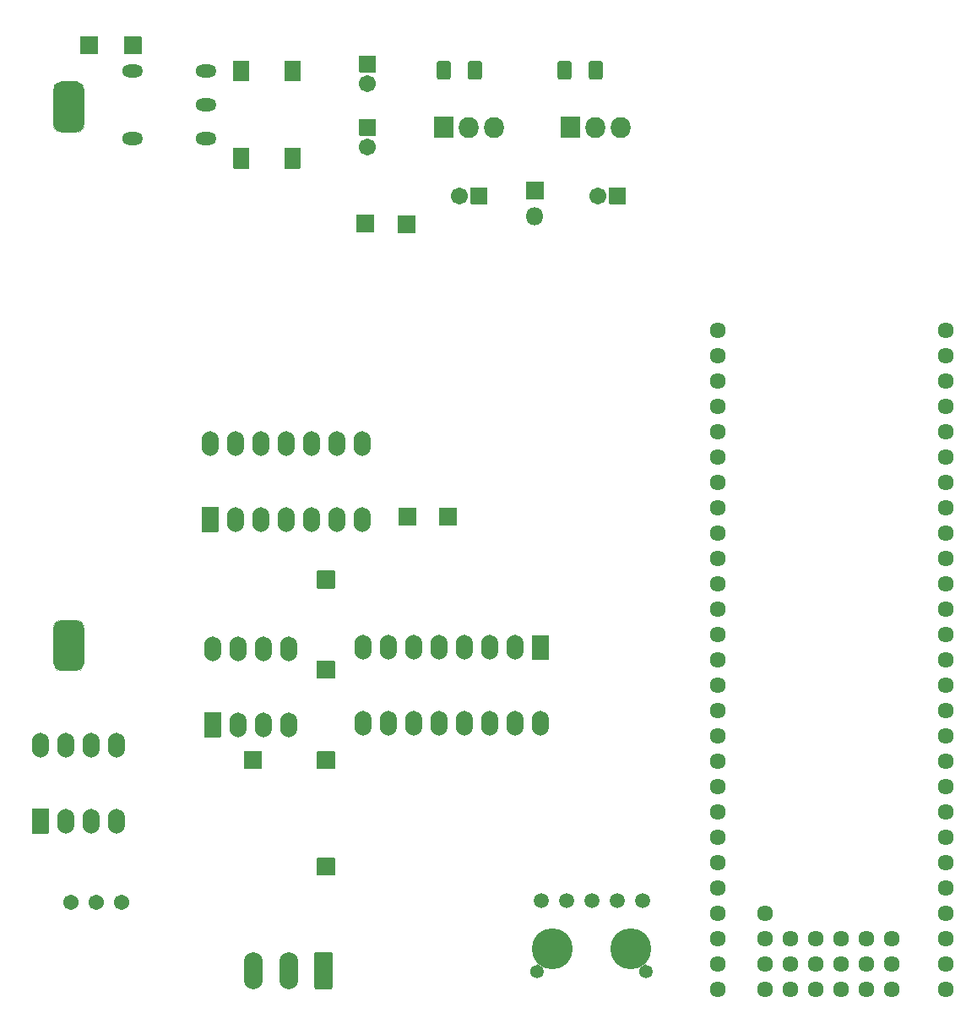
<source format=gbr>
%TF.GenerationSoftware,KiCad,Pcbnew,(5.1.10)-1*%
%TF.CreationDate,2022-11-09T22:19:52-03:00*%
%TF.ProjectId,potenciostato,706f7465-6e63-4696-9f73-7461746f2e6b,rev?*%
%TF.SameCoordinates,Original*%
%TF.FileFunction,Soldermask,Bot*%
%TF.FilePolarity,Negative*%
%FSLAX46Y46*%
G04 Gerber Fmt 4.6, Leading zero omitted, Abs format (unit mm)*
G04 Created by KiCad (PCBNEW (5.1.10)-1) date 2022-11-09 22:19:52*
%MOMM*%
%LPD*%
G01*
G04 APERTURE LIST*
%ADD10O,2.007000X2.102000*%
%ADD11C,1.702000*%
%ADD12O,1.702000X2.502000*%
%ADD13C,1.542000*%
%ADD14O,1.902000X3.702000*%
%ADD15O,1.802000X1.802000*%
%ADD16C,1.610000*%
%ADD17C,1.502000*%
%ADD18C,4.102000*%
%ADD19C,1.352000*%
%ADD20O,2.102000X1.302000*%
%ADD21C,0.100000*%
G04 APERTURE END LIST*
%TO.C,D1*%
G36*
G01*
X146673000Y-62022500D02*
X145173000Y-62022500D01*
G75*
G02*
X145122000Y-61971500I0J51000D01*
G01*
X145122000Y-59971500D01*
G75*
G02*
X145173000Y-59920500I51000J0D01*
G01*
X146673000Y-59920500D01*
G75*
G02*
X146724000Y-59971500I0J-51000D01*
G01*
X146724000Y-61971500D01*
G75*
G02*
X146673000Y-62022500I-51000J0D01*
G01*
G37*
G36*
G01*
X141573000Y-62022500D02*
X140073000Y-62022500D01*
G75*
G02*
X140022000Y-61971500I0J51000D01*
G01*
X140022000Y-59971500D01*
G75*
G02*
X140073000Y-59920500I51000J0D01*
G01*
X141573000Y-59920500D01*
G75*
G02*
X141624000Y-59971500I0J-51000D01*
G01*
X141624000Y-61971500D01*
G75*
G02*
X141573000Y-62022500I-51000J0D01*
G01*
G37*
G36*
G01*
X141573000Y-70762500D02*
X140073000Y-70762500D01*
G75*
G02*
X140022000Y-70711500I0J51000D01*
G01*
X140022000Y-68711500D01*
G75*
G02*
X140073000Y-68660500I51000J0D01*
G01*
X141573000Y-68660500D01*
G75*
G02*
X141624000Y-68711500I0J-51000D01*
G01*
X141624000Y-70711500D01*
G75*
G02*
X141573000Y-70762500I-51000J0D01*
G01*
G37*
G36*
G01*
X146673000Y-70762500D02*
X145173000Y-70762500D01*
G75*
G02*
X145122000Y-70711500I0J51000D01*
G01*
X145122000Y-68711500D01*
G75*
G02*
X145173000Y-68660500I51000J0D01*
G01*
X146673000Y-68660500D01*
G75*
G02*
X146724000Y-68711500I0J-51000D01*
G01*
X146724000Y-70711500D01*
G75*
G02*
X146673000Y-70762500I-51000J0D01*
G01*
G37*
%TD*%
%TO.C,C4*%
G36*
G01*
X175626000Y-61578256D02*
X175626000Y-60214744D01*
G75*
G02*
X175895244Y-59945500I269244J0D01*
G01*
X176783756Y-59945500D01*
G75*
G02*
X177053000Y-60214744I0J-269244D01*
G01*
X177053000Y-61578256D01*
G75*
G02*
X176783756Y-61847500I-269244J0D01*
G01*
X175895244Y-61847500D01*
G75*
G02*
X175626000Y-61578256I0J269244D01*
G01*
G37*
G36*
G01*
X172501000Y-61578256D02*
X172501000Y-60214744D01*
G75*
G02*
X172770244Y-59945500I269244J0D01*
G01*
X173658756Y-59945500D01*
G75*
G02*
X173928000Y-60214744I0J-269244D01*
G01*
X173928000Y-61578256D01*
G75*
G02*
X173658756Y-61847500I-269244J0D01*
G01*
X172770244Y-61847500D01*
G75*
G02*
X172501000Y-61578256I0J269244D01*
G01*
G37*
%TD*%
D10*
%TO.C,U8*%
X178879500Y-66611500D03*
X176339500Y-66611500D03*
G36*
G01*
X172796000Y-67611500D02*
X172796000Y-65611500D01*
G75*
G02*
X172847000Y-65560500I51000J0D01*
G01*
X174752000Y-65560500D01*
G75*
G02*
X174803000Y-65611500I0J-51000D01*
G01*
X174803000Y-67611500D01*
G75*
G02*
X174752000Y-67662500I-51000J0D01*
G01*
X172847000Y-67662500D01*
G75*
G02*
X172796000Y-67611500I0J51000D01*
G01*
G37*
%TD*%
%TO.C,C6*%
G36*
G01*
X179381000Y-72669500D02*
X179381000Y-74269500D01*
G75*
G02*
X179330000Y-74320500I-51000J0D01*
G01*
X177730000Y-74320500D01*
G75*
G02*
X177679000Y-74269500I0J51000D01*
G01*
X177679000Y-72669500D01*
G75*
G02*
X177730000Y-72618500I51000J0D01*
G01*
X179330000Y-72618500D01*
G75*
G02*
X179381000Y-72669500I0J-51000D01*
G01*
G37*
D11*
X176530000Y-73469500D03*
%TD*%
%TO.C,C1*%
X153479500Y-68611500D03*
G36*
G01*
X152679500Y-65760500D02*
X154279500Y-65760500D01*
G75*
G02*
X154330500Y-65811500I0J-51000D01*
G01*
X154330500Y-67411500D01*
G75*
G02*
X154279500Y-67462500I-51000J0D01*
G01*
X152679500Y-67462500D01*
G75*
G02*
X152628500Y-67411500I0J51000D01*
G01*
X152628500Y-65811500D01*
G75*
G02*
X152679500Y-65760500I51000J0D01*
G01*
G37*
%TD*%
%TO.C,C2*%
G36*
G01*
X152679500Y-59410500D02*
X154279500Y-59410500D01*
G75*
G02*
X154330500Y-59461500I0J-51000D01*
G01*
X154330500Y-61061500D01*
G75*
G02*
X154279500Y-61112500I-51000J0D01*
G01*
X152679500Y-61112500D01*
G75*
G02*
X152628500Y-61061500I0J51000D01*
G01*
X152628500Y-59461500D01*
G75*
G02*
X152679500Y-59410500I51000J0D01*
G01*
G37*
X153479500Y-62261500D03*
%TD*%
%TO.C,C3*%
G36*
G01*
X163511000Y-61578256D02*
X163511000Y-60214744D01*
G75*
G02*
X163780244Y-59945500I269244J0D01*
G01*
X164668756Y-59945500D01*
G75*
G02*
X164938000Y-60214744I0J-269244D01*
G01*
X164938000Y-61578256D01*
G75*
G02*
X164668756Y-61847500I-269244J0D01*
G01*
X163780244Y-61847500D01*
G75*
G02*
X163511000Y-61578256I0J269244D01*
G01*
G37*
G36*
G01*
X160386000Y-61578256D02*
X160386000Y-60214744D01*
G75*
G02*
X160655244Y-59945500I269244J0D01*
G01*
X161543756Y-59945500D01*
G75*
G02*
X161813000Y-60214744I0J-269244D01*
G01*
X161813000Y-61578256D01*
G75*
G02*
X161543756Y-61847500I-269244J0D01*
G01*
X160655244Y-61847500D01*
G75*
G02*
X160386000Y-61578256I0J269244D01*
G01*
G37*
%TD*%
%TO.C,C5*%
X162655500Y-73469500D03*
G36*
G01*
X165506500Y-72669500D02*
X165506500Y-74269500D01*
G75*
G02*
X165455500Y-74320500I-51000J0D01*
G01*
X163855500Y-74320500D01*
G75*
G02*
X163804500Y-74269500I0J51000D01*
G01*
X163804500Y-72669500D01*
G75*
G02*
X163855500Y-72618500I51000J0D01*
G01*
X165455500Y-72618500D01*
G75*
G02*
X165506500Y-72669500I0J-51000D01*
G01*
G37*
%TD*%
D12*
%TO.C,U9*%
X120650000Y-128524000D03*
X128270000Y-136144000D03*
X123190000Y-128524000D03*
X125730000Y-136144000D03*
X125730000Y-128524000D03*
X123190000Y-136144000D03*
X128270000Y-128524000D03*
G36*
G01*
X121450000Y-137395000D02*
X119850000Y-137395000D01*
G75*
G02*
X119799000Y-137344000I0J51000D01*
G01*
X119799000Y-134944000D01*
G75*
G02*
X119850000Y-134893000I51000J0D01*
G01*
X121450000Y-134893000D01*
G75*
G02*
X121501000Y-134944000I0J-51000D01*
G01*
X121501000Y-137344000D01*
G75*
G02*
X121450000Y-137395000I-51000J0D01*
G01*
G37*
%TD*%
D13*
%TO.C,RV1*%
X123761500Y-144272000D03*
X126301500Y-144272000D03*
X128841500Y-144272000D03*
%TD*%
%TO.C,U6*%
G36*
G01*
X160096000Y-67611500D02*
X160096000Y-65611500D01*
G75*
G02*
X160147000Y-65560500I51000J0D01*
G01*
X162052000Y-65560500D01*
G75*
G02*
X162103000Y-65611500I0J-51000D01*
G01*
X162103000Y-67611500D01*
G75*
G02*
X162052000Y-67662500I-51000J0D01*
G01*
X160147000Y-67662500D01*
G75*
G02*
X160096000Y-67611500I0J51000D01*
G01*
G37*
D10*
X163639500Y-66611500D03*
X166179500Y-66611500D03*
%TD*%
%TO.C,J2*%
G36*
G01*
X141085000Y-130898000D02*
X141085000Y-129198000D01*
G75*
G02*
X141136000Y-129147000I51000J0D01*
G01*
X142836000Y-129147000D01*
G75*
G02*
X142887000Y-129198000I0J-51000D01*
G01*
X142887000Y-130898000D01*
G75*
G02*
X142836000Y-130949000I-51000J0D01*
G01*
X141136000Y-130949000D01*
G75*
G02*
X141085000Y-130898000I0J51000D01*
G01*
G37*
%TD*%
%TO.C,J3*%
G36*
G01*
X149993000Y-149543166D02*
X149993000Y-152716834D01*
G75*
G02*
X149728834Y-152981000I-264166J0D01*
G01*
X148355166Y-152981000D01*
G75*
G02*
X148091000Y-152716834I0J264166D01*
G01*
X148091000Y-149543166D01*
G75*
G02*
X148355166Y-149279000I264166J0D01*
G01*
X149728834Y-149279000D01*
G75*
G02*
X149993000Y-149543166I0J-264166D01*
G01*
G37*
D14*
X145542000Y-151130000D03*
X142042000Y-151130000D03*
%TD*%
%TO.C,JP1*%
G36*
G01*
X169342500Y-73811500D02*
X169342500Y-72111500D01*
G75*
G02*
X169393500Y-72060500I51000J0D01*
G01*
X171093500Y-72060500D01*
G75*
G02*
X171144500Y-72111500I0J-51000D01*
G01*
X171144500Y-73811500D01*
G75*
G02*
X171093500Y-73862500I-51000J0D01*
G01*
X169393500Y-73862500D01*
G75*
G02*
X169342500Y-73811500I0J51000D01*
G01*
G37*
D15*
X170243500Y-75501500D03*
%TD*%
%TO.C,U2*%
G36*
G01*
X138722000Y-127743000D02*
X137122000Y-127743000D01*
G75*
G02*
X137071000Y-127692000I0J51000D01*
G01*
X137071000Y-125292000D01*
G75*
G02*
X137122000Y-125241000I51000J0D01*
G01*
X138722000Y-125241000D01*
G75*
G02*
X138773000Y-125292000I0J-51000D01*
G01*
X138773000Y-127692000D01*
G75*
G02*
X138722000Y-127743000I-51000J0D01*
G01*
G37*
D12*
X145542000Y-118872000D03*
X140462000Y-126492000D03*
X143002000Y-118872000D03*
X143002000Y-126492000D03*
X140462000Y-118872000D03*
X145542000Y-126492000D03*
X137922000Y-118872000D03*
%TD*%
%TO.C,U7*%
G36*
G01*
X138468000Y-107169000D02*
X136868000Y-107169000D01*
G75*
G02*
X136817000Y-107118000I0J51000D01*
G01*
X136817000Y-104718000D01*
G75*
G02*
X136868000Y-104667000I51000J0D01*
G01*
X138468000Y-104667000D01*
G75*
G02*
X138519000Y-104718000I0J-51000D01*
G01*
X138519000Y-107118000D01*
G75*
G02*
X138468000Y-107169000I-51000J0D01*
G01*
G37*
X152908000Y-98298000D03*
X140208000Y-105918000D03*
X150368000Y-98298000D03*
X142748000Y-105918000D03*
X147828000Y-98298000D03*
X145288000Y-105918000D03*
X145288000Y-98298000D03*
X147828000Y-105918000D03*
X142748000Y-98298000D03*
X150368000Y-105918000D03*
X140208000Y-98298000D03*
X152908000Y-105918000D03*
X137668000Y-98298000D03*
%TD*%
D16*
%TO.C,LPC1*%
X188595000Y-86995000D03*
X188595000Y-89535000D03*
X188595000Y-92075000D03*
X188595000Y-94615000D03*
X188595000Y-97155000D03*
X188595000Y-99695000D03*
X188595000Y-102235000D03*
X188595000Y-104775000D03*
X188595000Y-107315000D03*
X188595000Y-109855000D03*
X188595000Y-112395000D03*
X188595000Y-114935000D03*
X188595000Y-117475000D03*
X188595000Y-120015000D03*
X188595000Y-122555000D03*
X188595000Y-125095000D03*
X188595000Y-127635000D03*
X188595000Y-130175000D03*
X188595000Y-132715000D03*
X188595000Y-135255000D03*
X188595000Y-137795000D03*
X188595000Y-140335000D03*
X188595000Y-142875000D03*
X188595000Y-145415000D03*
X188595000Y-147955000D03*
X188595000Y-150495000D03*
X188595000Y-153035000D03*
X211455000Y-86995000D03*
X211455000Y-89535000D03*
X211455000Y-92075000D03*
X211455000Y-94615000D03*
X211455000Y-97155000D03*
X211455000Y-99695000D03*
X211455000Y-102235000D03*
X211455000Y-104775000D03*
X211455000Y-107315000D03*
X211455000Y-109855000D03*
X211455000Y-112395000D03*
X211455000Y-114935000D03*
X211455000Y-117475000D03*
X211455000Y-120015000D03*
X211455000Y-122555000D03*
X211455000Y-125095000D03*
X211455000Y-127635000D03*
X211455000Y-130175000D03*
X211455000Y-132715000D03*
X211455000Y-135255000D03*
X211455000Y-137795000D03*
X211455000Y-140335000D03*
X211455000Y-142875000D03*
X211455000Y-145415000D03*
X211455000Y-147955000D03*
X211455000Y-150495000D03*
X211455000Y-153035000D03*
X193344800Y-145415000D03*
X193344800Y-147955000D03*
X193344800Y-150495000D03*
X193344800Y-153035000D03*
X195884800Y-147955000D03*
X195884800Y-150495000D03*
X195884800Y-153035000D03*
X198424800Y-147955000D03*
X198424800Y-150495000D03*
X198424800Y-153035000D03*
X200964800Y-147955000D03*
X200964800Y-150495000D03*
X200964800Y-153035000D03*
X203504800Y-147955000D03*
X203504800Y-150495000D03*
X203504800Y-153035000D03*
X206044800Y-147955000D03*
X206044800Y-150495000D03*
X206044800Y-153035000D03*
%TD*%
%TO.C,U5*%
G36*
G01*
X170015000Y-117494000D02*
X171615000Y-117494000D01*
G75*
G02*
X171666000Y-117545000I0J-51000D01*
G01*
X171666000Y-119945000D01*
G75*
G02*
X171615000Y-119996000I-51000J0D01*
G01*
X170015000Y-119996000D01*
G75*
G02*
X169964000Y-119945000I0J51000D01*
G01*
X169964000Y-117545000D01*
G75*
G02*
X170015000Y-117494000I51000J0D01*
G01*
G37*
D12*
X153035000Y-126365000D03*
X168275000Y-118745000D03*
X155575000Y-126365000D03*
X165735000Y-118745000D03*
X158115000Y-126365000D03*
X163195000Y-118745000D03*
X160655000Y-126365000D03*
X160655000Y-118745000D03*
X163195000Y-126365000D03*
X158115000Y-118745000D03*
X165735000Y-126365000D03*
X155575000Y-118745000D03*
X168275000Y-126365000D03*
X153035000Y-118745000D03*
X170815000Y-126365000D03*
%TD*%
%TO.C,J4*%
G36*
G01*
X148387500Y-121817500D02*
X148387500Y-120117500D01*
G75*
G02*
X148438500Y-120066500I51000J0D01*
G01*
X150138500Y-120066500D01*
G75*
G02*
X150189500Y-120117500I0J-51000D01*
G01*
X150189500Y-121817500D01*
G75*
G02*
X150138500Y-121868500I-51000J0D01*
G01*
X148438500Y-121868500D01*
G75*
G02*
X148387500Y-121817500I0J51000D01*
G01*
G37*
%TD*%
%TO.C,J5*%
G36*
G01*
X148387500Y-112800500D02*
X148387500Y-111100500D01*
G75*
G02*
X148438500Y-111049500I51000J0D01*
G01*
X150138500Y-111049500D01*
G75*
G02*
X150189500Y-111100500I0J-51000D01*
G01*
X150189500Y-112800500D01*
G75*
G02*
X150138500Y-112851500I-51000J0D01*
G01*
X148438500Y-112851500D01*
G75*
G02*
X148387500Y-112800500I0J51000D01*
G01*
G37*
%TD*%
%TO.C,J6*%
G36*
G01*
X148387500Y-130898000D02*
X148387500Y-129198000D01*
G75*
G02*
X148438500Y-129147000I51000J0D01*
G01*
X150138500Y-129147000D01*
G75*
G02*
X150189500Y-129198000I0J-51000D01*
G01*
X150189500Y-130898000D01*
G75*
G02*
X150138500Y-130949000I-51000J0D01*
G01*
X148438500Y-130949000D01*
G75*
G02*
X148387500Y-130898000I0J51000D01*
G01*
G37*
%TD*%
%TO.C,J7*%
G36*
G01*
X158254000Y-75477000D02*
X158254000Y-77177000D01*
G75*
G02*
X158203000Y-77228000I-51000J0D01*
G01*
X156503000Y-77228000D01*
G75*
G02*
X156452000Y-77177000I0J51000D01*
G01*
X156452000Y-75477000D01*
G75*
G02*
X156503000Y-75426000I51000J0D01*
G01*
X158203000Y-75426000D01*
G75*
G02*
X158254000Y-75477000I0J-51000D01*
G01*
G37*
%TD*%
%TO.C,J8*%
G36*
G01*
X162445000Y-104814000D02*
X162445000Y-106514000D01*
G75*
G02*
X162394000Y-106565000I-51000J0D01*
G01*
X160694000Y-106565000D01*
G75*
G02*
X160643000Y-106514000I0J51000D01*
G01*
X160643000Y-104814000D01*
G75*
G02*
X160694000Y-104763000I51000J0D01*
G01*
X162394000Y-104763000D01*
G75*
G02*
X162445000Y-104814000I0J-51000D01*
G01*
G37*
%TD*%
%TO.C,J9*%
G36*
G01*
X124638500Y-59270000D02*
X124638500Y-57570000D01*
G75*
G02*
X124689500Y-57519000I51000J0D01*
G01*
X126389500Y-57519000D01*
G75*
G02*
X126440500Y-57570000I0J-51000D01*
G01*
X126440500Y-59270000D01*
G75*
G02*
X126389500Y-59321000I-51000J0D01*
G01*
X124689500Y-59321000D01*
G75*
G02*
X124638500Y-59270000I0J51000D01*
G01*
G37*
%TD*%
%TO.C,J10*%
G36*
G01*
X152324500Y-77113500D02*
X152324500Y-75413500D01*
G75*
G02*
X152375500Y-75362500I51000J0D01*
G01*
X154075500Y-75362500D01*
G75*
G02*
X154126500Y-75413500I0J-51000D01*
G01*
X154126500Y-77113500D01*
G75*
G02*
X154075500Y-77164500I-51000J0D01*
G01*
X152375500Y-77164500D01*
G75*
G02*
X152324500Y-77113500I0J51000D01*
G01*
G37*
%TD*%
%TO.C,J11*%
G36*
G01*
X156579000Y-106514000D02*
X156579000Y-104814000D01*
G75*
G02*
X156630000Y-104763000I51000J0D01*
G01*
X158330000Y-104763000D01*
G75*
G02*
X158381000Y-104814000I0J-51000D01*
G01*
X158381000Y-106514000D01*
G75*
G02*
X158330000Y-106565000I-51000J0D01*
G01*
X156630000Y-106565000D01*
G75*
G02*
X156579000Y-106514000I0J51000D01*
G01*
G37*
%TD*%
%TO.C,J12*%
G36*
G01*
X148387500Y-141566000D02*
X148387500Y-139866000D01*
G75*
G02*
X148438500Y-139815000I51000J0D01*
G01*
X150138500Y-139815000D01*
G75*
G02*
X150189500Y-139866000I0J-51000D01*
G01*
X150189500Y-141566000D01*
G75*
G02*
X150138500Y-141617000I-51000J0D01*
G01*
X148438500Y-141617000D01*
G75*
G02*
X148387500Y-141566000I0J51000D01*
G01*
G37*
%TD*%
%TO.C,J13*%
G36*
G01*
X129020000Y-59270000D02*
X129020000Y-57570000D01*
G75*
G02*
X129071000Y-57519000I51000J0D01*
G01*
X130771000Y-57519000D01*
G75*
G02*
X130822000Y-57570000I0J-51000D01*
G01*
X130822000Y-59270000D01*
G75*
G02*
X130771000Y-59321000I-51000J0D01*
G01*
X129071000Y-59321000D01*
G75*
G02*
X129020000Y-59270000I0J51000D01*
G01*
G37*
%TD*%
D17*
%TO.C,J1*%
X170878500Y-144145000D03*
X173418500Y-144145000D03*
X175958500Y-144145000D03*
X178498500Y-144145000D03*
X181038500Y-144145000D03*
D18*
X171958000Y-148971000D03*
X179895500Y-148971000D03*
D19*
X181419500Y-151257000D03*
X170434000Y-151257000D03*
%TD*%
D20*
%TO.C,TR1*%
X129921000Y-60960000D03*
X137287000Y-60960000D03*
X129921000Y-67754500D03*
X137287000Y-64325500D03*
X137287000Y-67754500D03*
G36*
G01*
X122732000Y-116003500D02*
X124283000Y-116003500D01*
G75*
G02*
X125058500Y-116779000I0J-775500D01*
G01*
X125058500Y-120330000D01*
G75*
G02*
X124283000Y-121105500I-775500J0D01*
G01*
X122732000Y-121105500D01*
G75*
G02*
X121956500Y-120330000I0J775500D01*
G01*
X121956500Y-116779000D01*
G75*
G02*
X122732000Y-116003500I775500J0D01*
G01*
G37*
G36*
G01*
X122732000Y-62028500D02*
X124283000Y-62028500D01*
G75*
G02*
X125058500Y-62804000I0J-775500D01*
G01*
X125058500Y-66355000D01*
G75*
G02*
X124283000Y-67130500I-775500J0D01*
G01*
X122732000Y-67130500D01*
G75*
G02*
X121956500Y-66355000I0J775500D01*
G01*
X121956500Y-62804000D01*
G75*
G02*
X122732000Y-62028500I775500J0D01*
G01*
G37*
%TD*%
D21*
G36*
X149994165Y-152715208D02*
G01*
X149995000Y-152716834D01*
X149995000Y-152800971D01*
X149994990Y-152801167D01*
X149991056Y-152841111D01*
X149990980Y-152841496D01*
X149981119Y-152874005D01*
X149980969Y-152874367D01*
X149964955Y-152904325D01*
X149964737Y-152904651D01*
X149943187Y-152930910D01*
X149942910Y-152931187D01*
X149916651Y-152952737D01*
X149916325Y-152952955D01*
X149886367Y-152968969D01*
X149886005Y-152969119D01*
X149853496Y-152978980D01*
X149853111Y-152979056D01*
X149813167Y-152982990D01*
X149812971Y-152983000D01*
X149728834Y-152983000D01*
X149727102Y-152982000D01*
X149727102Y-152980000D01*
X149728638Y-152979010D01*
X149779975Y-152973954D01*
X149829157Y-152959035D01*
X149874481Y-152934809D01*
X149914207Y-152902207D01*
X149946809Y-152862481D01*
X149971035Y-152817157D01*
X149985954Y-152767975D01*
X149991010Y-152716638D01*
X149992175Y-152715012D01*
X149994165Y-152715208D01*
G37*
G36*
X148092990Y-152716638D02*
G01*
X148098046Y-152767975D01*
X148112965Y-152817157D01*
X148137191Y-152862481D01*
X148169793Y-152902207D01*
X148209519Y-152934809D01*
X148254843Y-152959035D01*
X148304025Y-152973954D01*
X148355362Y-152979010D01*
X148356988Y-152980175D01*
X148356792Y-152982165D01*
X148355166Y-152983000D01*
X148271029Y-152983000D01*
X148270833Y-152982990D01*
X148230889Y-152979056D01*
X148230504Y-152978980D01*
X148197995Y-152969119D01*
X148197633Y-152968969D01*
X148167675Y-152952955D01*
X148167349Y-152952737D01*
X148141090Y-152931187D01*
X148140813Y-152930910D01*
X148119263Y-152904651D01*
X148119045Y-152904325D01*
X148103031Y-152874367D01*
X148102881Y-152874005D01*
X148093020Y-152841496D01*
X148092944Y-152841111D01*
X148089010Y-152801167D01*
X148089000Y-152800971D01*
X148089000Y-152716834D01*
X148090000Y-152715102D01*
X148092000Y-152715102D01*
X148092990Y-152716638D01*
G37*
G36*
X181378796Y-150375703D02*
G01*
X181378410Y-150377490D01*
X181366889Y-150391528D01*
X181355524Y-150412792D01*
X181348524Y-150435867D01*
X181346161Y-150459858D01*
X181348524Y-150483849D01*
X181355524Y-150506924D01*
X181366889Y-150528188D01*
X181382184Y-150546825D01*
X181400821Y-150562120D01*
X181422085Y-150573485D01*
X181445160Y-150580485D01*
X181463235Y-150582265D01*
X181464861Y-150583430D01*
X181464665Y-150585420D01*
X181463039Y-150586255D01*
X181353439Y-150586255D01*
X181223850Y-150612032D01*
X181101783Y-150662594D01*
X180991924Y-150735999D01*
X180898499Y-150829424D01*
X180825094Y-150939283D01*
X180783759Y-151039074D01*
X180782172Y-151040292D01*
X180780324Y-151039527D01*
X180779997Y-151037729D01*
X180785269Y-151020344D01*
X180787633Y-150996351D01*
X180785270Y-150972360D01*
X180778269Y-150949286D01*
X180766904Y-150928022D01*
X180751609Y-150909385D01*
X180732971Y-150894090D01*
X180711707Y-150882724D01*
X180688634Y-150875727D01*
X180664641Y-150873363D01*
X180640650Y-150875726D01*
X180623275Y-150880997D01*
X180621327Y-150880543D01*
X180620746Y-150878629D01*
X180621929Y-150877235D01*
X180861388Y-150778048D01*
X181195367Y-150554890D01*
X181375450Y-150374807D01*
X181377382Y-150374289D01*
X181378796Y-150375703D01*
G37*
G36*
X170478050Y-150374807D02*
G01*
X170658133Y-150554890D01*
X170992112Y-150778048D01*
X171231572Y-150877236D01*
X171232790Y-150878823D01*
X171232025Y-150880671D01*
X171230226Y-150880998D01*
X171212848Y-150875726D01*
X171188857Y-150873363D01*
X171164866Y-150875726D01*
X171141791Y-150882726D01*
X171120527Y-150894091D01*
X171101891Y-150909386D01*
X171086595Y-150928023D01*
X171075230Y-150949287D01*
X171068230Y-150972362D01*
X171065867Y-150996353D01*
X171068231Y-151020345D01*
X171073503Y-151037729D01*
X171073049Y-151039676D01*
X171071135Y-151040257D01*
X171069741Y-151039074D01*
X171028406Y-150939283D01*
X170955001Y-150829424D01*
X170861576Y-150735999D01*
X170751717Y-150662594D01*
X170629650Y-150612032D01*
X170500061Y-150586255D01*
X170390461Y-150586255D01*
X170388729Y-150585255D01*
X170388729Y-150583255D01*
X170390265Y-150582265D01*
X170408340Y-150580485D01*
X170431415Y-150573485D01*
X170452679Y-150562120D01*
X170471316Y-150546825D01*
X170486611Y-150528188D01*
X170497976Y-150506924D01*
X170504976Y-150483849D01*
X170507339Y-150459858D01*
X170504976Y-150435867D01*
X170497976Y-150412792D01*
X170486611Y-150391528D01*
X170475090Y-150377490D01*
X170474764Y-150375516D01*
X170476310Y-150374248D01*
X170478050Y-150374807D01*
G37*
G36*
X148356898Y-149278000D02*
G01*
X148356898Y-149280000D01*
X148355362Y-149280990D01*
X148304025Y-149286046D01*
X148254843Y-149300965D01*
X148209519Y-149325191D01*
X148169793Y-149357793D01*
X148137191Y-149397519D01*
X148112965Y-149442843D01*
X148098046Y-149492025D01*
X148092990Y-149543362D01*
X148091825Y-149544988D01*
X148089835Y-149544792D01*
X148089000Y-149543166D01*
X148089000Y-149459029D01*
X148089010Y-149458833D01*
X148092944Y-149418889D01*
X148093020Y-149418504D01*
X148102881Y-149385995D01*
X148103031Y-149385633D01*
X148119045Y-149355675D01*
X148119263Y-149355349D01*
X148140813Y-149329090D01*
X148141090Y-149328813D01*
X148167349Y-149307263D01*
X148167675Y-149307045D01*
X148197633Y-149291031D01*
X148197995Y-149290881D01*
X148230504Y-149281020D01*
X148230889Y-149280944D01*
X148270833Y-149277010D01*
X148271029Y-149277000D01*
X148355166Y-149277000D01*
X148356898Y-149278000D01*
G37*
G36*
X149813167Y-149277010D02*
G01*
X149853111Y-149280944D01*
X149853496Y-149281020D01*
X149886005Y-149290881D01*
X149886367Y-149291031D01*
X149916325Y-149307045D01*
X149916651Y-149307263D01*
X149942910Y-149328813D01*
X149943187Y-149329090D01*
X149964737Y-149355349D01*
X149964955Y-149355675D01*
X149980969Y-149385633D01*
X149981119Y-149385995D01*
X149990980Y-149418504D01*
X149991056Y-149418889D01*
X149994990Y-149458833D01*
X149995000Y-149459029D01*
X149995000Y-149543166D01*
X149994000Y-149544898D01*
X149992000Y-149544898D01*
X149991010Y-149543362D01*
X149985954Y-149492025D01*
X149971035Y-149442843D01*
X149946809Y-149397519D01*
X149914207Y-149357793D01*
X149874481Y-149325191D01*
X149829157Y-149300965D01*
X149779975Y-149286046D01*
X149728638Y-149280990D01*
X149727012Y-149279825D01*
X149727208Y-149277835D01*
X149728834Y-149277000D01*
X149812971Y-149277000D01*
X149813167Y-149277010D01*
G37*
G36*
X121958490Y-120329804D02*
G01*
X121973371Y-120480898D01*
X122017388Y-120626002D01*
X122088866Y-120759729D01*
X122185060Y-120876940D01*
X122302271Y-120973134D01*
X122435998Y-121044612D01*
X122581102Y-121088629D01*
X122732196Y-121103510D01*
X122733822Y-121104675D01*
X122733626Y-121106665D01*
X122732000Y-121107500D01*
X122675640Y-121107500D01*
X122675444Y-121107490D01*
X122530325Y-121093197D01*
X122529940Y-121093121D01*
X122396294Y-121052580D01*
X122395932Y-121052430D01*
X122272773Y-120986600D01*
X122272447Y-120986382D01*
X122164491Y-120897786D01*
X122164214Y-120897509D01*
X122075618Y-120789553D01*
X122075400Y-120789227D01*
X122009570Y-120666068D01*
X122009420Y-120665706D01*
X121968879Y-120532060D01*
X121968803Y-120531675D01*
X121954510Y-120386556D01*
X121954500Y-120386360D01*
X121954500Y-120330000D01*
X121955500Y-120328268D01*
X121957500Y-120328268D01*
X121958490Y-120329804D01*
G37*
G36*
X125059665Y-120328374D02*
G01*
X125060500Y-120330000D01*
X125060500Y-120386360D01*
X125060490Y-120386556D01*
X125046197Y-120531675D01*
X125046121Y-120532060D01*
X125005580Y-120665706D01*
X125005430Y-120666068D01*
X124939600Y-120789227D01*
X124939382Y-120789553D01*
X124850786Y-120897509D01*
X124850509Y-120897786D01*
X124742553Y-120986382D01*
X124742227Y-120986600D01*
X124619068Y-121052430D01*
X124618706Y-121052580D01*
X124485060Y-121093121D01*
X124484675Y-121093197D01*
X124339556Y-121107490D01*
X124339360Y-121107500D01*
X124283000Y-121107500D01*
X124281268Y-121106500D01*
X124281268Y-121104500D01*
X124282804Y-121103510D01*
X124433898Y-121088629D01*
X124579002Y-121044612D01*
X124712729Y-120973134D01*
X124829940Y-120876940D01*
X124926134Y-120759729D01*
X124997612Y-120626002D01*
X125041629Y-120480898D01*
X125056510Y-120329804D01*
X125057675Y-120328178D01*
X125059665Y-120328374D01*
G37*
G36*
X122733732Y-116002500D02*
G01*
X122733732Y-116004500D01*
X122732196Y-116005490D01*
X122581102Y-116020371D01*
X122435998Y-116064388D01*
X122302271Y-116135866D01*
X122185060Y-116232060D01*
X122088866Y-116349271D01*
X122017388Y-116482998D01*
X121973371Y-116628102D01*
X121958490Y-116779196D01*
X121957325Y-116780822D01*
X121955335Y-116780626D01*
X121954500Y-116779000D01*
X121954500Y-116722640D01*
X121954510Y-116722444D01*
X121968803Y-116577325D01*
X121968879Y-116576940D01*
X122009420Y-116443294D01*
X122009570Y-116442932D01*
X122075400Y-116319773D01*
X122075618Y-116319447D01*
X122164214Y-116211491D01*
X122164491Y-116211214D01*
X122272447Y-116122618D01*
X122272773Y-116122400D01*
X122395932Y-116056570D01*
X122396294Y-116056420D01*
X122529940Y-116015879D01*
X122530325Y-116015803D01*
X122675444Y-116001510D01*
X122675640Y-116001500D01*
X122732000Y-116001500D01*
X122733732Y-116002500D01*
G37*
G36*
X124339556Y-116001510D02*
G01*
X124484675Y-116015803D01*
X124485060Y-116015879D01*
X124618706Y-116056420D01*
X124619068Y-116056570D01*
X124742227Y-116122400D01*
X124742553Y-116122618D01*
X124850509Y-116211214D01*
X124850786Y-116211491D01*
X124939382Y-116319447D01*
X124939600Y-116319773D01*
X125005430Y-116442932D01*
X125005580Y-116443294D01*
X125046121Y-116576940D01*
X125046197Y-116577325D01*
X125060490Y-116722444D01*
X125060500Y-116722640D01*
X125060500Y-116779000D01*
X125059500Y-116780732D01*
X125057500Y-116780732D01*
X125056510Y-116779196D01*
X125041629Y-116628102D01*
X124997612Y-116482998D01*
X124926134Y-116349271D01*
X124829940Y-116232060D01*
X124712729Y-116135866D01*
X124579002Y-116064388D01*
X124433898Y-116020371D01*
X124282804Y-116005490D01*
X124281178Y-116004325D01*
X124281374Y-116002335D01*
X124283000Y-116001500D01*
X124339360Y-116001500D01*
X124339556Y-116001510D01*
G37*
G36*
X121958490Y-66354804D02*
G01*
X121973371Y-66505898D01*
X122017388Y-66651002D01*
X122088866Y-66784729D01*
X122185060Y-66901940D01*
X122302271Y-66998134D01*
X122435998Y-67069612D01*
X122581102Y-67113629D01*
X122732196Y-67128510D01*
X122733822Y-67129675D01*
X122733626Y-67131665D01*
X122732000Y-67132500D01*
X122675640Y-67132500D01*
X122675444Y-67132490D01*
X122530325Y-67118197D01*
X122529940Y-67118121D01*
X122396294Y-67077580D01*
X122395932Y-67077430D01*
X122272773Y-67011600D01*
X122272447Y-67011382D01*
X122164491Y-66922786D01*
X122164214Y-66922509D01*
X122075618Y-66814553D01*
X122075400Y-66814227D01*
X122009570Y-66691068D01*
X122009420Y-66690706D01*
X121968879Y-66557060D01*
X121968803Y-66556675D01*
X121954510Y-66411556D01*
X121954500Y-66411360D01*
X121954500Y-66355000D01*
X121955500Y-66353268D01*
X121957500Y-66353268D01*
X121958490Y-66354804D01*
G37*
G36*
X125059665Y-66353374D02*
G01*
X125060500Y-66355000D01*
X125060500Y-66411360D01*
X125060490Y-66411556D01*
X125046197Y-66556675D01*
X125046121Y-66557060D01*
X125005580Y-66690706D01*
X125005430Y-66691068D01*
X124939600Y-66814227D01*
X124939382Y-66814553D01*
X124850786Y-66922509D01*
X124850509Y-66922786D01*
X124742553Y-67011382D01*
X124742227Y-67011600D01*
X124619068Y-67077430D01*
X124618706Y-67077580D01*
X124485060Y-67118121D01*
X124484675Y-67118197D01*
X124339556Y-67132490D01*
X124339360Y-67132500D01*
X124283000Y-67132500D01*
X124281268Y-67131500D01*
X124281268Y-67129500D01*
X124282804Y-67128510D01*
X124433898Y-67113629D01*
X124579002Y-67069612D01*
X124712729Y-66998134D01*
X124829940Y-66901940D01*
X124926134Y-66784729D01*
X124997612Y-66651002D01*
X125041629Y-66505898D01*
X125056510Y-66354804D01*
X125057675Y-66353178D01*
X125059665Y-66353374D01*
G37*
G36*
X122733732Y-62027500D02*
G01*
X122733732Y-62029500D01*
X122732196Y-62030490D01*
X122581102Y-62045371D01*
X122435998Y-62089388D01*
X122302271Y-62160866D01*
X122185060Y-62257060D01*
X122088866Y-62374271D01*
X122017388Y-62507998D01*
X121973371Y-62653102D01*
X121958490Y-62804196D01*
X121957325Y-62805822D01*
X121955335Y-62805626D01*
X121954500Y-62804000D01*
X121954500Y-62747640D01*
X121954510Y-62747444D01*
X121968803Y-62602325D01*
X121968879Y-62601940D01*
X122009420Y-62468294D01*
X122009570Y-62467932D01*
X122075400Y-62344773D01*
X122075618Y-62344447D01*
X122164214Y-62236491D01*
X122164491Y-62236214D01*
X122272447Y-62147618D01*
X122272773Y-62147400D01*
X122395932Y-62081570D01*
X122396294Y-62081420D01*
X122529940Y-62040879D01*
X122530325Y-62040803D01*
X122675444Y-62026510D01*
X122675640Y-62026500D01*
X122732000Y-62026500D01*
X122733732Y-62027500D01*
G37*
G36*
X124339556Y-62026510D02*
G01*
X124484675Y-62040803D01*
X124485060Y-62040879D01*
X124618706Y-62081420D01*
X124619068Y-62081570D01*
X124742227Y-62147400D01*
X124742553Y-62147618D01*
X124850509Y-62236214D01*
X124850786Y-62236491D01*
X124939382Y-62344447D01*
X124939600Y-62344773D01*
X125005430Y-62467932D01*
X125005580Y-62468294D01*
X125046121Y-62601940D01*
X125046197Y-62602325D01*
X125060490Y-62747444D01*
X125060500Y-62747640D01*
X125060500Y-62804000D01*
X125059500Y-62805732D01*
X125057500Y-62805732D01*
X125056510Y-62804196D01*
X125041629Y-62653102D01*
X124997612Y-62507998D01*
X124926134Y-62374271D01*
X124829940Y-62257060D01*
X124712729Y-62160866D01*
X124579002Y-62089388D01*
X124433898Y-62045371D01*
X124282804Y-62030490D01*
X124281178Y-62029325D01*
X124281374Y-62027335D01*
X124283000Y-62026500D01*
X124339360Y-62026500D01*
X124339556Y-62026510D01*
G37*
M02*

</source>
